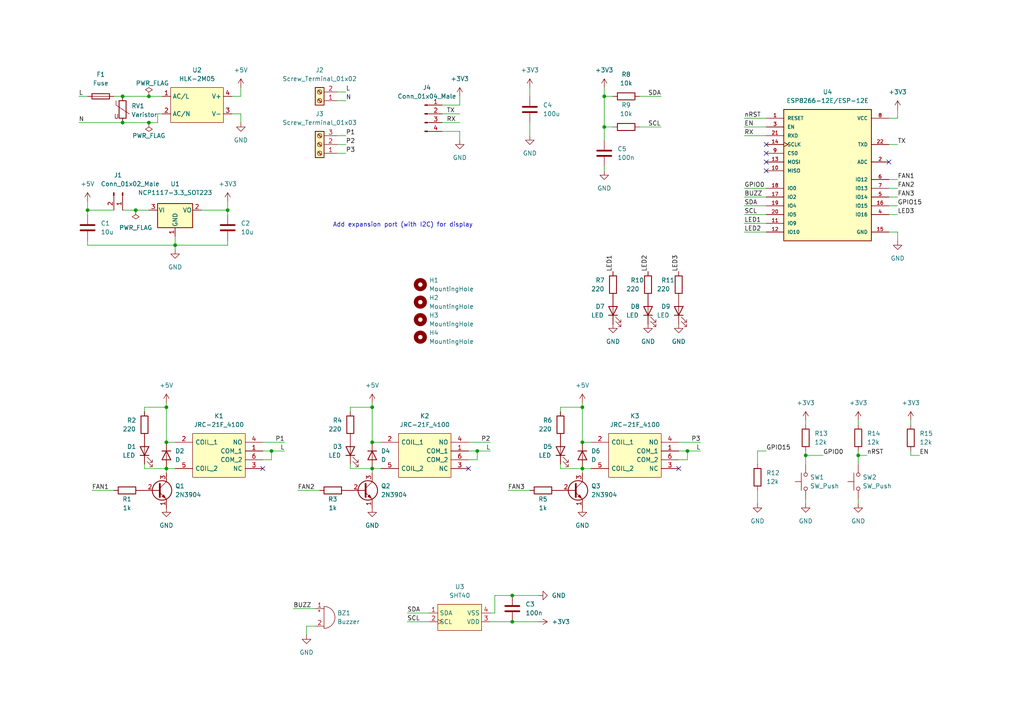
<source format=kicad_sch>
(kicad_sch (version 20211123) (generator eeschema)
  (paper "A4")
  (title_block (title "Aire acondicionado") (date "2022-08-31") (company "Guille") (comment 1 "On every boot/reset/wake, GPIO15 muest be LOW, GPIO2 mst be HIGH") (comment 2 "Run mode: GPIO0 HIGH. Flash mode GPIO0 LOW "))
  (lib_symbols
    (symbol "Connector:Conn_01x02_Male" (pin_names (offset 1.016) hide)
      (property "Reference" "J" (at 0 2.54 0))
      (property "Value" "Conn_01x02_Male" (at 0 -5.08 0))
      (symbol "Conn_01x02_Male_1_1"
        (polyline (pts (xy 1.27 -2.54) (xy 0.8636 -2.54)) (stroke (width 0.1524)))
        (polyline (pts (xy 1.27 0) (xy 0.8636 0)) (stroke (width 0.1524)))
        (rectangle (start 0.8636 -2.413) (end 0 -2.667) (stroke (width 0.1524)) (fill (type outline)))
        (rectangle (start 0.8636 0.127) (end 0 -0.127) (stroke (width 0.1524)) (fill (type outline)))
        (pin passive line (at 5.08 0 180) (length 3.81) (name "Pin_1") (number "1"))
        (pin passive line (at 5.08 -2.54 180) (length 3.81) (name "Pin_2") (number "2"))
      )
    )
    (symbol "Connector:Conn_01x04_Male" (pin_names (offset 1.016) hide)
      (property "Reference" "J" (at 0 5.08 0))
      (property "Value" "Conn_01x04_Male" (at 0 -7.62 0))
      (symbol "Conn_01x04_Male_1_1"
        (polyline (pts (xy 1.27 -5.08) (xy 0.8636 -5.08)) (stroke (width 0.1524)))
        (polyline (pts (xy 1.27 -2.54) (xy 0.8636 -2.54)) (stroke (width 0.1524)))
        (polyline (pts (xy 1.27 0) (xy 0.8636 0)) (stroke (width 0.1524)))
        (polyline (pts (xy 1.27 2.54) (xy 0.8636 2.54)) (stroke (width 0.1524)))
        (rectangle (start 0.8636 -4.953) (end 0 -5.207) (stroke (width 0.1524)) (fill (type outline)))
        (rectangle (start 0.8636 -2.413) (end 0 -2.667) (stroke (width 0.1524)) (fill (type outline)))
        (rectangle (start 0.8636 0.127) (end 0 -0.127) (stroke (width 0.1524)) (fill (type outline)))
        (rectangle (start 0.8636 2.667) (end 0 2.413) (stroke (width 0.1524)) (fill (type outline)))
        (pin passive line (at 5.08 2.54 180) (length 3.81) (name "Pin_1") (number "1"))
        (pin passive line (at 5.08 0 180) (length 3.81) (name "Pin_2") (number "2"))
        (pin passive line (at 5.08 -2.54 180) (length 3.81) (name "Pin_3") (number "3"))
        (pin passive line (at 5.08 -5.08 180) (length 3.81) (name "Pin_4") (number "4"))
      )
    )
    (symbol "Connector:Screw_Terminal_01x02" (pin_names (offset 1.016) hide)
      (property "Reference" "J" (at 0 2.54 0))
      (property "Value" "Screw_Terminal_01x02" (at 0 -5.08 0))
      (symbol "Screw_Terminal_01x02_1_1"
        (rectangle (start -1.27 1.27) (end 1.27 -3.81) (stroke (width 0.254)) (fill (type background)))
        (circle (center 0 -2.54) (radius 0.635) (stroke (width 0.1524)))
        (polyline (pts (xy -0.5334 -2.2098) (xy 0.3302 -3.048)) (stroke (width 0.1524)))
        (polyline (pts (xy -0.5334 0.3302) (xy 0.3302 -0.508)) (stroke (width 0.1524)))
        (polyline (pts (xy -0.3556 -2.032) (xy 0.508 -2.8702)) (stroke (width 0.1524)))
        (polyline (pts (xy -0.3556 0.508) (xy 0.508 -0.3302)) (stroke (width 0.1524)))
        (circle (center 0 0) (radius 0.635) (stroke (width 0.1524)))
        (pin passive line (at -5.08 0 0) (length 3.81) (name "Pin_1") (number "1"))
        (pin passive line (at -5.08 -2.54 0) (length 3.81) (name "Pin_2") (number "2"))
      )
    )
    (symbol "Connector:Screw_Terminal_01x03" (pin_names (offset 1.016) hide)
      (property "Reference" "J" (at 0 5.08 0))
      (property "Value" "Screw_Terminal_01x03" (at 0 -5.08 0))
      (symbol "Screw_Terminal_01x03_1_1"
        (rectangle (start -1.27 3.81) (end 1.27 -3.81) (stroke (width 0.254)) (fill (type background)))
        (circle (center 0 -2.54) (radius 0.635) (stroke (width 0.1524)))
        (polyline (pts (xy -0.5334 -2.2098) (xy 0.3302 -3.048)) (stroke (width 0.1524)))
        (polyline (pts (xy -0.5334 0.3302) (xy 0.3302 -0.508)) (stroke (width 0.1524)))
        (polyline (pts (xy -0.5334 2.8702) (xy 0.3302 2.032)) (stroke (width 0.1524)))
        (polyline (pts (xy -0.3556 -2.032) (xy 0.508 -2.8702)) (stroke (width 0.1524)))
        (polyline (pts (xy -0.3556 0.508) (xy 0.508 -0.3302)) (stroke (width 0.1524)))
        (polyline (pts (xy -0.3556 3.048) (xy 0.508 2.2098)) (stroke (width 0.1524)))
        (circle (center 0 0) (radius 0.635) (stroke (width 0.1524)))
        (circle (center 0 2.54) (radius 0.635) (stroke (width 0.1524)))
        (pin passive line (at -5.08 2.54 0) (length 3.81) (name "Pin_1") (number "1"))
        (pin passive line (at -5.08 0 0) (length 3.81) (name "Pin_2") (number "2"))
        (pin passive line (at -5.08 -2.54 0) (length 3.81) (name "Pin_3") (number "3"))
      )
    )
    (symbol "Device:Buzzer" (pin_names (offset 0.0254) hide)
      (property "Reference" "BZ" (at 3.81 1.27 0))
      (property "Value" "Buzzer" (at 3.81 -1.27 0))
      (symbol "Buzzer_0_1"
        (arc (start 0 -3.175) (mid 3.175 0) (end 0 3.175))
        (polyline (pts (xy -1.651 1.905) (xy -1.143 1.905)))
        (polyline (pts (xy -1.397 2.159) (xy -1.397 1.651)))
        (polyline (pts (xy 0 3.175) (xy 0 -3.175)))
      )
      (symbol "Buzzer_1_1"
        (pin passive line (at -2.54 2.54 0) (length 2.54) (name "-") (number "1"))
        (pin passive line (at -2.54 -2.54 0) (length 2.54) (name "+") (number "2"))
      )
    )
    (symbol "Device:C" (pin_numbers hide) (pin_names (offset 0.254))
      (property "Reference" "C" (at 0.635 2.54 0))
      (property "Value" "C" (at 0.635 -2.54 0))
      (symbol "C_0_1"
        (polyline (pts (xy -2.032 -0.762) (xy 2.032 -0.762)) (stroke (width 0.508)))
        (polyline (pts (xy -2.032 0.762) (xy 2.032 0.762)) (stroke (width 0.508)))
      )
      (symbol "C_1_1"
        (pin passive line (at 0 3.81 270) (length 2.794) (name "~") (number "1"))
        (pin passive line (at 0 -3.81 90) (length 2.794) (name "~") (number "2"))
      )
    )
    (symbol "Device:D" (pin_numbers hide) (pin_names (offset 1.016) hide)
      (property "Reference" "D" (at 0 2.54 0))
      (property "Value" "D" (at 0 -2.54 0))
      (symbol "D_0_1"
        (polyline (pts (xy -1.27 1.27) (xy -1.27 -1.27)) (stroke (width 0.254)))
        (polyline (pts (xy 1.27 0) (xy -1.27 0)))
        (polyline (pts (xy 1.27 1.27) (xy 1.27 -1.27) (xy -1.27 0) (xy 1.27 1.27)) (stroke (width 0.254)))
      )
      (symbol "D_1_1"
        (pin passive line (at -3.81 0 0) (length 2.54) (name "K") (number "1"))
        (pin passive line (at 3.81 0 180) (length 2.54) (name "A") (number "2"))
      )
    )
    (symbol "Device:Fuse" (pin_numbers hide) (pin_names (offset 0))
      (property "Reference" "F" (at 2.032 0 90))
      (property "Value" "Fuse" (at -1.905 0 90))
      (symbol "Fuse_0_1"
        (rectangle (start -0.762 -2.54) (end 0.762 2.54) (stroke (width 0.254)))
        (polyline (pts (xy 0 2.54) (xy 0 -2.54)))
      )
      (symbol "Fuse_1_1"
        (pin passive line (at 0 3.81 270) (length 1.27) (name "~") (number "1"))
        (pin passive line (at 0 -3.81 90) (length 1.27) (name "~") (number "2"))
      )
    )
    (symbol "Device:LED" (pin_numbers hide) (pin_names (offset 1.016) hide)
      (property "Reference" "D" (at 0 2.54 0))
      (property "Value" "LED" (at 0 -2.54 0))
      (symbol "LED_0_1"
        (polyline (pts (xy -1.27 -1.27) (xy -1.27 1.27)) (stroke (width 0.254)))
        (polyline (pts (xy -1.27 0) (xy 1.27 0)))
        (polyline (pts (xy 1.27 -1.27) (xy 1.27 1.27) (xy -1.27 0) (xy 1.27 -1.27)) (stroke (width 0.254)))
        (polyline (pts (xy -3.048 -0.762) (xy -4.572 -2.286) (xy -3.81 -2.286) (xy -4.572 -2.286) (xy -4.572 -1.524)))
        (polyline (pts (xy -1.778 -0.762) (xy -3.302 -2.286) (xy -2.54 -2.286) (xy -3.302 -2.286) (xy -3.302 -1.524)))
      )
      (symbol "LED_1_1"
        (pin passive line (at -3.81 0 0) (length 2.54) (name "K") (number "1"))
        (pin passive line (at 3.81 0 180) (length 2.54) (name "A") (number "2"))
      )
    )
    (symbol "Device:R" (pin_numbers hide) (pin_names (offset 0))
      (property "Reference" "R" (at 2.032 0 90))
      (property "Value" "R" (at 0 0 90))
      (symbol "R_0_1"
        (rectangle (start -1.016 -2.54) (end 1.016 2.54) (stroke (width 0.254)))
      )
      (symbol "R_1_1"
        (pin passive line (at 0 3.81 270) (length 1.27) (name "~") (number "1"))
        (pin passive line (at 0 -3.81 90) (length 1.27) (name "~") (number "2"))
      )
    )
    (symbol "Device:Varistor" (pin_numbers hide) (pin_names (offset 0))
      (property "Reference" "RV" (at 3.175 0 90))
      (property "Value" "Varistor" (at -3.175 0 90))
      (symbol "Varistor_0_0"
        (text "U" (at -1.778 -2.032 0) (effects (font (size 1.27 1.27))))
      )
      (symbol "Varistor_0_1"
        (rectangle (start -1.016 -2.54) (end 1.016 2.54) (stroke (width 0.254)))
        (polyline (pts (xy -1.905 2.54) (xy -1.905 1.27) (xy 1.905 -1.27)))
      )
      (symbol "Varistor_1_1"
        (pin passive line (at 0 3.81 270) (length 1.27) (name "~") (number "1"))
        (pin passive line (at 0 -3.81 90) (length 1.27) (name "~") (number "2"))
      )
    )
    (symbol "Mechanical:MountingHole" (pin_names (offset 1.016))
      (property "Reference" "H" (at 0 5.08 0))
      (property "Value" "MountingHole" (at 0 3.175 0))
      (symbol "MountingHole_0_1"
        (circle (center 0 0) (radius 1.27) (stroke (width 1.27)))
      )
    )
    (symbol "Regulator_Linear:NCP1117-3.3_SOT223" (pin_names (offset 0.254))
      (property "Reference" "U" (at -3.81 3.175 0))
      (property "Value" "NCP1117-3.3_SOT223" (at 0 3.175 0))
      (symbol "NCP1117-3.3_SOT223_0_1"
        (rectangle (start -5.08 -5.08) (end 5.08 1.905) (stroke (width 0.254)) (fill (type background)))
      )
      (symbol "NCP1117-3.3_SOT223_1_1"
        (pin power_in line (at 0 -7.62 90) (length 2.54) (name "GND") (number "1"))
        (pin power_out line (at 7.62 0 180) (length 2.54) (name "VO") (number "2"))
        (pin power_in line (at -7.62 0 0) (length 2.54) (name "VI") (number "3"))
      )
    )
    (symbol "Switch:SW_Push" (pin_numbers hide) (pin_names (offset 1.016) hide)
      (property "Reference" "SW" (at 1.27 2.54 0))
      (property "Value" "SW_Push" (at 0 -1.524 0))
      (symbol "SW_Push_0_1"
        (circle (center -2.032 0) (radius 0.508))
        (polyline (pts (xy 0 1.27) (xy 0 3.048)))
        (polyline (pts (xy 2.54 1.27) (xy -2.54 1.27)))
        (circle (center 2.032 0) (radius 0.508))
        (pin passive line (at -5.08 0 0) (length 2.54) (name "1") (number "1"))
        (pin passive line (at 5.08 0 180) (length 2.54) (name "2") (number "2"))
      )
    )
    (symbol "Transistor_BJT:2N3904" (pin_names (offset 0) hide)
      (property "Reference" "Q" (at 5.08 1.905 0))
      (property "Value" "2N3904" (at 5.08 0 0))
      (symbol "2N3904_0_1"
        (polyline (pts (xy 0.635 0.635) (xy 2.54 2.54)))
        (polyline (pts (xy 0.635 -0.635) (xy 2.54 -2.54) (xy 2.54 -2.54)))
        (polyline (pts (xy 0.635 1.905) (xy 0.635 -1.905) (xy 0.635 -1.905)) (stroke (width 0.508)))
        (polyline (pts (xy 1.27 -1.778) (xy 1.778 -1.27) (xy 2.286 -2.286) (xy 1.27 -1.778) (xy 1.27 -1.778)) (fill (type outline)))
        (circle (center 1.27 0) (radius 2.8194) (stroke (width 0.254)))
      )
      (symbol "2N3904_1_1"
        (pin passive line (at 2.54 -5.08 90) (length 2.54) (name "E") (number "1"))
        (pin passive line (at -5.08 0 0) (length 5.715) (name "B") (number "2"))
        (pin passive line (at 2.54 5.08 270) (length 2.54) (name "C") (number "3"))
      )
    )
    (symbol "guille_3rdparty:ESP8266-12E{brace}slash}ESP-12E" (pin_names (offset 1.016))
      (property "Reference" "U" (at -12.7254 18.3134 0))
      (property "Value" "ESP8266-12E{brace}slash}ESP-12E" (at -12.7 -23.3934 0))
      (symbol "ESP8266-12E{brace}slash}ESP-12E_0_0"
        (rectangle (start -12.7 -20.32) (end 12.7 17.78) (stroke (width 0.254)) (fill (type background)))
        (pin input line (at -17.78 15.24 0) (length 5.08) (name "RESET") (number "1"))
        (pin bidirectional line (at -17.78 0 0) (length 5.08) (name "MISO") (number "10"))
        (pin bidirectional line (at -17.78 -15.24 0) (length 5.08) (name "IO9") (number "11"))
        (pin bidirectional line (at -17.78 -17.78 0) (length 5.08) (name "IO10") (number "12"))
        (pin bidirectional line (at -17.78 2.54 0) (length 5.08) (name "MOSI") (number "13"))
        (pin input clock (at -17.78 7.62 0) (length 5.08) (name "SCLK") (number "14"))
        (pin power_in line (at 17.78 -17.78 180) (length 5.08) (name "GND") (number "15"))
        (pin bidirectional line (at 17.78 -10.16 180) (length 5.08) (name "IO15") (number "16"))
        (pin bidirectional line (at -17.78 -7.62 0) (length 5.08) (name "IO2") (number "17"))
        (pin bidirectional line (at -17.78 -5.08 0) (length 5.08) (name "IO0") (number "18"))
        (pin bidirectional line (at -17.78 -10.16 0) (length 5.08) (name "IO4") (number "19"))
        (pin passive line (at 17.78 2.54 180) (length 5.08) (name "ADC") (number "2"))
        (pin bidirectional line (at -17.78 -12.7 0) (length 5.08) (name "IO5") (number "20"))
        (pin input line (at -17.78 10.16 0) (length 5.08) (name "RXD") (number "21"))
        (pin output line (at 17.78 7.62 180) (length 5.08) (name "TXD") (number "22"))
        (pin input line (at -17.78 12.7 0) (length 5.08) (name "EN") (number "3"))
        (pin bidirectional line (at 17.78 -12.7 180) (length 5.08) (name "IO16") (number "4"))
        (pin bidirectional line (at 17.78 -7.62 180) (length 5.08) (name "IO14") (number "5"))
        (pin bidirectional line (at 17.78 -2.54 180) (length 5.08) (name "IO12") (number "6"))
        (pin bidirectional line (at 17.78 -5.08 180) (length 5.08) (name "IO13") (number "7"))
        (pin power_in line (at 17.78 15.24 180) (length 5.08) (name "VCC") (number "8"))
        (pin input line (at -17.78 5.08 0) (length 5.08) (name "CS0") (number "9"))
      )
    )
    (symbol "guille_3rdparty:JRC-21F_4100" (pin_names (offset 0.762))
      (property "Reference" "K" (at 0 3.81 0))
      (property "Value" "JRC-21F_4100" (at 0 1.27 0))
      (symbol "JRC-21F_4100_0_0"
        (pin passive line (at 20.32 -5.08 180) (length 5.08) (name "COM_1") (number "1"))
        (pin passive line (at -5.08 -2.54 0) (length 5.08) (name "COIL_1") (number "2"))
        (pin passive line (at 20.32 -10.16 180) (length 5.08) (name "NC") (number "3"))
        (pin passive line (at 20.32 -2.54 180) (length 5.08) (name "NO") (number "4"))
        (pin passive line (at -5.08 -10.16 0) (length 5.08) (name "COIL_2") (number "5"))
        (pin passive line (at 20.32 -7.62 180) (length 5.08) (name "COM_2") (number "6"))
      )
      (symbol "JRC-21F_4100_0_1"
        (polyline (pts (xy 0 0) (xy 15.24 0) (xy 15.24 -12.7) (xy 0 -12.7) (xy 0 0)) (stroke (width 0.1524)) (fill (type background)))
      )
    )
    (symbol "guille_library:HLK-2M05"
      (property "Reference" "U" (at 0 8.89 0))
      (property "Value" "HLK-2M05" (at 0 6.35 0))
      (symbol "HLK-2M05_0_1"
        (rectangle (start -7.62 5.08) (end 7.62 -5.08) (fill (type background)))
      )
      (symbol "HLK-2M05_1_1"
        (pin power_in line (at -10.16 2.54 0) (length 2.54) (name "AC/L") (number "1"))
        (pin power_in line (at -10.16 -2.54 0) (length 2.54) (name "AC/N") (number "2"))
        (pin power_out line (at 10.16 -2.54 180) (length 2.54) (name "V-") (number "3"))
        (pin power_out line (at 10.16 2.54 180) (length 2.54) (name "V+") (number "4"))
      )
    )
    (symbol "guille_library:SHT40"
      (property "Reference" "U" (at 0 7.62 0))
      (property "Value" "SHT40" (at 0 5.08 0))
      (symbol "SHT40_0_1"
        (rectangle (start -6.35 3.81) (end 6.35 -3.81) (fill (type background)))
      )
      (symbol "SHT40_1_1"
        (pin bidirectional line (at -8.89 1.27 0) (length 2.54) (name "SDA") (number "1"))
        (pin input clock (at -8.89 -1.27 0) (length 2.54) (name "SCL") (number "2"))
        (pin power_in line (at 8.89 -1.27 180) (length 2.54) (name "VDD") (number "3"))
        (pin power_in line (at 8.89 1.27 180) (length 2.54) (name "VSS") (number "4"))
      )
    )
    (symbol "power:+3V3" (power) (pin_names (offset 0))
      (property "Value" "+3V3" (at 0 3.556 0))
      (symbol "+3V3_0_1"
        (polyline (pts (xy -0.762 1.27) (xy 0 2.54)))
        (polyline (pts (xy 0 0) (xy 0 2.54)))
        (polyline (pts (xy 0 2.54) (xy 0.762 1.27)))
      )
      (symbol "+3V3_1_1"
        (pin power_in line (at 0 0 90) (length 0) hide (name "+3V3") (number "1"))
      )
    )
    (symbol "power:+5V" (power) (pin_names (offset 0))
      (property "Value" "+5V" (at 0 3.556 0))
      (symbol "+5V_0_1"
        (polyline (pts (xy -0.762 1.27) (xy 0 2.54)))
        (polyline (pts (xy 0 0) (xy 0 2.54)))
        (polyline (pts (xy 0 2.54) (xy 0.762 1.27)))
      )
      (symbol "+5V_1_1"
        (pin power_in line (at 0 0 90) (length 0) hide (name "+5V") (number "1"))
      )
    )
    (symbol "power:GND" (power) (pin_names (offset 0))
      (property "Value" "GND" (at 0 -3.81 0))
      (symbol "GND_0_1"
        (polyline (pts (xy 0 0) (xy 0 -1.27) (xy 1.27 -1.27) (xy 0 -2.54) (xy -1.27 -1.27) (xy 0 -1.27)))
      )
      (symbol "GND_1_1"
        (pin power_in line (at 0 0 270) (length 0) hide (name "GND") (number "1"))
      )
    )
    (symbol "power:PWR_FLAG" (power) (pin_numbers hide) (pin_names (offset 0) hide)
      (property "Value" "PWR_FLAG" (at 0 3.81 0))
      (symbol "PWR_FLAG_0_0"
        (pin power_out line (at 0 0 90) (length 0) (name "pwr") (number "1"))
      )
      (symbol "PWR_FLAG_0_1"
        (polyline (pts (xy 0 0) (xy 0 1.27) (xy -1.016 1.905) (xy 0 2.54) (xy 1.016 1.905) (xy 0 1.27)))
      )
    )
  )
  (junction (at 35.56 27.94))
  (junction (at 35.56 35.56))
  (junction (at 39.37 60.96))
  (junction (at 48.26 118.11))
  (junction (at 78.74 130.81))
  (junction (at 66.04 60.96))
  (junction (at 233.68 132.08))
  (junction (at 248.92 132.08))
  (junction (at 138.43 130.81))
  (junction (at 107.95 128.27))
  (junction (at 50.8 71.12))
  (junction (at 48.26 128.27))
  (junction (at 48.26 135.89))
  (junction (at 107.95 118.11))
  (junction (at 199.39 130.81))
  (junction (at 25.4 60.96))
  (junction (at 148.59 172.72))
  (junction (at 43.18 27.94))
  (junction (at 148.59 180.34))
  (junction (at 107.95 135.89))
  (junction (at 168.91 128.27))
  (junction (at 43.18 35.56))
  (junction (at 168.91 118.11))
  (junction (at 168.91 135.89))
  (junction (at 175.26 36.83))
  (junction (at 175.26 27.94))
  (no_connect (at 135.89 135.89))
  (no_connect (at 196.85 135.89))
  (no_connect (at 257.81 46.99))
  (no_connect (at 222.25 46.99))
  (no_connect (at 222.25 44.45))
  (no_connect (at 222.25 49.53))
  (no_connect (at 222.25 41.91))
  (no_connect (at 76.2 135.89))
  (wire (pts (xy 168.91 128.27) (xy 171.45 128.27)))
  (wire (pts (xy 199.39 130.81) (xy 203.2 130.81)))
  (wire (pts (xy 41.91 134.62) (xy 41.91 135.89)))
  (wire (pts (xy 138.43 130.81) (xy 142.24 130.81)))
  (wire (pts (xy 138.43 133.35) (xy 138.43 130.81)))
  (wire (pts (xy 43.18 35.56) (xy 35.56 35.56)))
  (wire (pts (xy 248.92 130.81) (xy 248.92 132.08)))
  (wire (pts (xy 215.9 64.77) (xy 222.25 64.77)))
  (wire (pts (xy 233.68 132.08) (xy 238.76 132.08)))
  (wire (pts (xy 50.8 71.12) (xy 66.04 71.12)))
  (wire (pts (xy 97.79 29.21) (xy 100.33 29.21)))
  (wire (pts (xy 219.71 142.24) (xy 219.71 146.05)))
  (wire (pts (xy 233.68 121.92) (xy 233.68 123.19)))
  (wire (pts (xy 175.26 36.83) (xy 177.8 36.83)))
  (wire (pts (xy 107.95 135.89) (xy 110.49 135.89)))
  (wire (pts (xy 196.85 133.35) (xy 199.39 133.35)))
  (wire (pts (xy 48.26 118.11) (xy 48.26 128.27)))
  (wire (pts (xy 175.26 25.4) (xy 175.26 27.94)))
  (wire (pts (xy 25.4 71.12) (xy 50.8 71.12)))
  (wire (pts (xy 97.79 26.67) (xy 100.33 26.67)))
  (wire (pts (xy 264.16 130.81) (xy 264.16 132.08)))
  (wire (pts (xy 142.24 177.8) (xy 143.51 177.8)))
  (wire (pts (xy 97.79 39.37) (xy 100.33 39.37)))
  (wire (pts (xy 25.4 60.96) (xy 33.02 60.96)))
  (wire (pts (xy 35.56 27.94) (xy 43.18 27.94)))
  (wire (pts (xy 25.4 60.96) (xy 25.4 62.23)))
  (wire (pts (xy 107.95 118.11) (xy 107.95 128.27)))
  (wire (pts (xy 128.27 33.02) (xy 133.35 33.02)))
  (wire (pts (xy 257.81 52.07) (xy 260.35 52.07)))
  (wire (pts (xy 128.27 35.56) (xy 133.35 35.56)))
  (wire (pts (xy 248.92 132.08) (xy 251.46 132.08)))
  (wire (pts (xy 69.85 33.02) (xy 69.85 35.56)))
  (wire (pts (xy 147.32 142.24) (xy 153.67 142.24)))
  (wire (pts (xy 107.95 116.84) (xy 107.95 118.11)))
  (wire (pts (xy 43.18 27.94) (xy 46.99 27.94)))
  (wire (pts (xy 86.36 142.24) (xy 92.71 142.24)))
  (wire (pts (xy 233.68 144.78) (xy 233.68 146.05)))
  (wire (pts (xy 168.91 118.11) (xy 168.91 128.27)))
  (wire (pts (xy 248.92 132.08) (xy 248.92 134.62)))
  (wire (pts (xy 185.42 27.94) (xy 191.77 27.94)))
  (wire (pts (xy 162.56 134.62) (xy 162.56 135.89)))
  (wire (pts (xy 257.81 57.15) (xy 260.35 57.15)))
  (wire (pts (xy 128.27 30.48) (xy 133.35 30.48)))
  (wire (pts (xy 215.9 67.31) (xy 222.25 67.31)))
  (wire (pts (xy 118.11 177.8) (xy 124.46 177.8)))
  (wire (pts (xy 50.8 71.12) (xy 50.8 72.39)))
  (wire (pts (xy 215.9 59.69) (xy 222.25 59.69)))
  (wire (pts (xy 101.6 118.11) (xy 107.95 118.11)))
  (wire (pts (xy 48.26 135.89) (xy 50.8 135.89)))
  (wire (pts (xy 264.16 132.08) (xy 266.7 132.08)))
  (wire (pts (xy 257.81 67.31) (xy 260.35 67.31)))
  (wire (pts (xy 175.26 27.94) (xy 175.26 36.83)))
  (wire (pts (xy 58.42 60.96) (xy 66.04 60.96)))
  (wire (pts (xy 25.4 58.42) (xy 25.4 60.96)))
  (wire (pts (xy 22.86 35.56) (xy 35.56 35.56)))
  (wire (pts (xy 148.59 180.34) (xy 156.21 180.34)))
  (wire (pts (xy 162.56 135.89) (xy 168.91 135.89)))
  (wire (pts (xy 88.9 181.61) (xy 91.44 181.61)))
  (wire (pts (xy 45.72 35.56) (xy 43.18 35.56)))
  (wire (pts (xy 168.91 135.89) (xy 168.91 137.16)))
  (wire (pts (xy 138.43 130.81) (xy 135.89 130.81)))
  (wire (pts (xy 26.67 142.24) (xy 33.02 142.24)))
  (wire (pts (xy 257.81 62.23) (xy 260.35 62.23)))
  (wire (pts (xy 148.59 172.72) (xy 156.21 172.72)))
  (wire (pts (xy 233.68 130.81) (xy 233.68 132.08)))
  (wire (pts (xy 101.6 118.11) (xy 101.6 119.38)))
  (wire (pts (xy 101.6 135.89) (xy 107.95 135.89)))
  (wire (pts (xy 215.9 39.37) (xy 222.25 39.37)))
  (wire (pts (xy 97.79 41.91) (xy 100.33 41.91)))
  (wire (pts (xy 128.27 38.1) (xy 133.35 38.1)))
  (wire (pts (xy 66.04 60.96) (xy 66.04 62.23)))
  (wire (pts (xy 45.72 33.02) (xy 45.72 35.56)))
  (wire (pts (xy 142.24 180.34) (xy 148.59 180.34)))
  (wire (pts (xy 215.9 34.29) (xy 222.25 34.29)))
  (wire (pts (xy 76.2 128.27) (xy 82.55 128.27)))
  (wire (pts (xy 22.86 27.94) (xy 25.4 27.94)))
  (wire (pts (xy 257.81 41.91) (xy 260.35 41.91)))
  (wire (pts (xy 78.74 130.81) (xy 82.55 130.81)))
  (wire (pts (xy 215.9 54.61) (xy 222.25 54.61)))
  (wire (pts (xy 153.67 25.4) (xy 153.67 27.94)))
  (wire (pts (xy 199.39 130.81) (xy 196.85 130.81)))
  (wire (pts (xy 248.92 144.78) (xy 248.92 146.05)))
  (wire (pts (xy 67.31 33.02) (xy 69.85 33.02)))
  (wire (pts (xy 257.81 59.69) (xy 260.35 59.69)))
  (wire (pts (xy 162.56 118.11) (xy 168.91 118.11)))
  (wire (pts (xy 196.85 128.27) (xy 203.2 128.27)))
  (wire (pts (xy 143.51 172.72) (xy 148.59 172.72)))
  (wire (pts (xy 175.26 48.26) (xy 175.26 49.53)))
  (wire (pts (xy 219.71 130.81) (xy 219.71 134.62)))
  (wire (pts (xy 118.11 180.34) (xy 124.46 180.34)))
  (wire (pts (xy 143.51 177.8) (xy 143.51 172.72)))
  (wire (pts (xy 257.81 34.29) (xy 260.35 34.29)))
  (wire (pts (xy 35.56 60.96) (xy 39.37 60.96)))
  (wire (pts (xy 97.79 44.45) (xy 100.33 44.45)))
  (wire (pts (xy 39.37 60.96) (xy 43.18 60.96)))
  (wire (pts (xy 248.92 121.92) (xy 248.92 123.19)))
  (wire (pts (xy 48.26 128.27) (xy 50.8 128.27)))
  (wire (pts (xy 135.89 133.35) (xy 138.43 133.35)))
  (wire (pts (xy 219.71 130.81) (xy 222.25 130.81)))
  (wire (pts (xy 41.91 118.11) (xy 48.26 118.11)))
  (wire (pts (xy 264.16 121.92) (xy 264.16 123.19)))
  (wire (pts (xy 101.6 134.62) (xy 101.6 135.89)))
  (wire (pts (xy 175.26 27.94) (xy 177.8 27.94)))
  (wire (pts (xy 133.35 38.1) (xy 133.35 40.64)))
  (wire (pts (xy 41.91 118.11) (xy 41.91 119.38)))
  (wire (pts (xy 162.56 118.11) (xy 162.56 119.38)))
  (wire (pts (xy 67.31 27.94) (xy 69.85 27.94)))
  (wire (pts (xy 168.91 116.84) (xy 168.91 118.11)))
  (wire (pts (xy 199.39 133.35) (xy 199.39 130.81)))
  (wire (pts (xy 233.68 132.08) (xy 233.68 134.62)))
  (wire (pts (xy 107.95 128.27) (xy 110.49 128.27)))
  (wire (pts (xy 185.42 36.83) (xy 191.77 36.83)))
  (wire (pts (xy 69.85 27.94) (xy 69.85 25.4)))
  (wire (pts (xy 260.35 34.29) (xy 260.35 31.75)))
  (wire (pts (xy 215.9 62.23) (xy 222.25 62.23)))
  (wire (pts (xy 78.74 133.35) (xy 78.74 130.81)))
  (wire (pts (xy 50.8 68.58) (xy 50.8 71.12)))
  (wire (pts (xy 48.26 116.84) (xy 48.26 118.11)))
  (wire (pts (xy 215.9 36.83) (xy 222.25 36.83)))
  (wire (pts (xy 133.35 30.48) (xy 133.35 27.94)))
  (wire (pts (xy 48.26 135.89) (xy 48.26 137.16)))
  (wire (pts (xy 46.99 33.02) (xy 45.72 33.02)))
  (wire (pts (xy 76.2 133.35) (xy 78.74 133.35)))
  (wire (pts (xy 88.9 184.15) (xy 88.9 181.61)))
  (wire (pts (xy 85.09 176.53) (xy 91.44 176.53)))
  (wire (pts (xy 66.04 71.12) (xy 66.04 69.85)))
  (wire (pts (xy 135.89 128.27) (xy 142.24 128.27)))
  (wire (pts (xy 260.35 67.31) (xy 260.35 69.85)))
  (wire (pts (xy 78.74 130.81) (xy 76.2 130.81)))
  (wire (pts (xy 33.02 27.94) (xy 35.56 27.94)))
  (wire (pts (xy 107.95 135.89) (xy 107.95 137.16)))
  (wire (pts (xy 66.04 60.96) (xy 66.04 58.42)))
  (wire (pts (xy 215.9 57.15) (xy 222.25 57.15)))
  (wire (pts (xy 257.81 54.61) (xy 260.35 54.61)))
  (wire (pts (xy 168.91 135.89) (xy 171.45 135.89)))
  (wire (pts (xy 153.67 35.56) (xy 153.67 39.37)))
  (wire (pts (xy 175.26 36.83) (xy 175.26 40.64)))
  (wire (pts (xy 25.4 69.85) (xy 25.4 71.12)))
  (wire (pts (xy 41.91 135.89) (xy 48.26 135.89)))
  (text "Add expansion port (with I2C) for display\n" (at 96.52 66.04 0) (effects (font (size 1.27 1.27)) (justify left bottom)))
  (label "N" (at 100.33 29.21 0))
  (label "FAN2" (at 260.35 54.61 0))
  (label "EN" (at 266.7 132.08 0))
  (label "L" (at 22.86 27.94 0))
  (label "EN" (at 215.9 36.83 0))
  (label "P3" (at 100.33 44.45 0))
  (label "L" (at 82.55 130.81 180))
  (label "FAN1" (at 260.35 52.07 0))
  (label "LED1" (at 177.8 78.74 90))
  (label "BUZZ" (at 85.09 176.53 0))
  (label "L" (at 100.33 26.67 0))
  (label "LED2" (at 215.9 67.31 0))
  (label "RX" (at 129.54 35.56 0))
  (label "TX" (at 260.35 41.91 0))
  (label "P1" (at 100.33 39.37 0))
  (label "SDA" (at 215.9 59.69 0))
  (label "FAN3" (at 260.35 57.15 0))
  (label "LED3" (at 196.85 78.74 90))
  (label "SDA" (at 118.11 177.8 0))
  (label "N" (at 22.86 35.56 0))
  (label "FAN1" (at 26.67 142.24 0))
  (label "SCL" (at 118.11 180.34 0))
  (label "L" (at 142.24 130.81 180))
  (label "LED3" (at 260.35 62.23 0))
  (label "nRST" (at 215.9 34.29 0))
  (label "TX" (at 129.54 33.02 0))
  (label "GPIO0" (at 215.9 54.61 0))
  (label "LED2" (at 187.96 78.74 90))
  (label "P2" (at 142.24 128.27 180))
  (label "P3" (at 203.2 128.27 180))
  (label "GPIO15" (at 260.35 59.69 0))
  (label "nRST" (at 251.46 132.08 0))
  (label "SCL" (at 187.96 36.83 0))
  (label "FAN2" (at 86.36 142.24 0))
  (label "RX" (at 215.9 39.37 0))
  (label "L" (at 203.2 130.81 180))
  (label "P1" (at 82.55 128.27 180))
  (label "SCL" (at 215.9 62.23 0))
  (label "SDA" (at 187.96 27.94 0))
  (label "FAN3" (at 147.32 142.24 0))
  (label "BUZZ" (at 215.9 57.15 0))
  (label "P2" (at 100.33 41.91 0))
  (label "LED1" (at 215.9 64.77 0))
  (label "GPIO0" (at 238.76 132.08 0))
  (label "GPIO15" (at 222.25 130.81 0))
  (symbol (lib_id "power:GND") (at 107.95 147.32 0) (unit 1)
    (property "Reference" "#PWR010" (effects hide))
    (property "Value" "GND" (at 107.95 152.4 0))
  )
  (symbol (lib_id "Device:C") (at 153.67 31.75 0) (unit 1)
    (property "Reference" "C4" (at 157.48 30.4799 0) (effects (justify left)))
    (property "Value" "100u" (at 157.48 33.0199 0) (effects (justify left)))
    (property "Footprint" "Capacitor_SMD:C_1206_3216Metric" (effects hide))
  )
  (symbol (lib_id "Device:R") (at 181.61 27.94 90) (unit 1)
    (property "Reference" "R8" (at 181.61 21.59 90))
    (property "Value" "10k" (at 181.61 24.13 90))
    (property "Footprint" "Resistor_SMD:R_0402_1005Metric" (effects hide))
  )
  (symbol (lib_id "Connector:Conn_01x02_Male") (at 35.56 55.88 270) (unit 1)
    (property "Reference" "J1" (at 33.02 50.8 90) (effects (justify left)))
    (property "Value" "Conn_01x02_Male" (at 29.21 53.34 90) (effects (justify left)))
    (property "Footprint" "Connector_PinHeader_2.54mm:PinHeader_1x02_P2.54mm_Vertical" (effects hide))
  )
  (symbol (lib_id "Device:C") (at 25.4 66.04 0) (unit 1)
    (property "Reference" "C1" (at 29.21 64.7699 0) (effects (justify left)))
    (property "Value" "10u" (at 29.21 67.3099 0) (effects (justify left)))
    (property "Footprint" "Capacitor_SMD:C_1206_3216Metric" (effects hide))
  )
  (symbol (lib_id "Device:R") (at 264.16 127 0) (unit 1)
    (property "Reference" "R15" (at 266.7 125.7299 0) (effects (justify left)))
    (property "Value" "12k" (at 266.7 128.2699 0) (effects (justify left)))
    (property "Footprint" "Resistor_SMD:R_0402_1005Metric" (effects hide))
  )
  (symbol (lib_id "power:PWR_FLAG") (at 39.37 60.96 180) (unit 1)
    (property "Reference" "#FLG01" (effects hide))
    (property "Value" "PWR_FLAG" (at 39.37 66.04 0))
  )
  (symbol (lib_id "power:PWR_FLAG") (at 43.18 27.94 0) (unit 1)
    (property "Reference" "#FLG02" (effects hide))
    (property "Value" "PWR_FLAG" (at 39.37 24.13 0) (effects (justify left)))
  )
  (symbol (lib_id "Device:R") (at 157.48 142.24 90) (unit 1)
    (property "Reference" "R5" (at 157.48 144.78 90))
    (property "Value" "1k" (at 157.48 147.32 90))
    (property "Footprint" "Resistor_SMD:R_0402_1005Metric" (effects hide))
  )
  (symbol (lib_id "power:GND") (at 177.8 93.98 0) (unit 1)
    (property "Reference" "#PWR021" (effects hide))
    (property "Value" "GND" (at 177.8 99.06 0))
  )
  (symbol (lib_id "Device:Varistor") (at 35.56 31.75 0) (unit 1)
    (property "Reference" "RV1" (at 38.1 30.7331 0) (effects (justify left)))
    (property "Value" "Varistor" (at 38.1 33.2731 0) (effects (justify left)))
    (property "Footprint" "Varistor:RV_Disc_D12mm_W3.9mm_P7.5mm" (effects hide))
  )
  (symbol (lib_id "Device:R") (at 96.52 142.24 90) (unit 1)
    (property "Reference" "R3" (at 96.52 144.78 90))
    (property "Value" "1k" (at 96.52 147.32 90))
    (property "Footprint" "Resistor_SMD:R_0402_1005Metric" (effects hide))
  )
  (symbol (lib_id "Device:R") (at 101.6 123.19 180) (unit 1)
    (property "Reference" "R4" (at 96.52 121.92 0) (effects (justify right)))
    (property "Value" "220" (at 95.25 124.46 0) (effects (justify right)))
    (property "Footprint" "Resistor_SMD:R_0402_1005Metric" (effects hide))
  )
  (symbol (lib_id "Connector:Screw_Terminal_01x03") (at 92.71 41.91 180) (unit 1)
    (property "Reference" "J3" (at 92.71 33.02 0))
    (property "Value" "Screw_Terminal_01x03" (at 92.71 35.56 0))
    (property "Footprint" "TerminalBlock_Phoenix:TerminalBlock_Phoenix_MKDS-1,5-3-5.08_1x03_P5.08mm_Horizontal" (effects hide))
  )
  (symbol (lib_id "Device:R") (at 196.85 82.55 180) (unit 1)
    (property "Reference" "R11" (at 191.77 81.28 0) (effects (justify right)))
    (property "Value" "220" (at 190.5 83.82 0) (effects (justify right)))
    (property "Footprint" "Resistor_SMD:R_0402_1005Metric" (effects hide))
  )
  (symbol (lib_id "power:+3V3") (at 264.16 121.92 0) (unit 1)
    (property "Reference" "#PWR031" (effects hide))
    (property "Value" "+3V3" (at 264.16 116.84 0))
  )
  (symbol (lib_id "power:+3V3") (at 156.21 180.34 270) (unit 1)
    (property "Reference" "#PWR016" (effects hide))
    (property "Value" "+3V3" (at 160.02 180.3399 90) (effects (justify left)))
  )
  (symbol (lib_id "Device:R") (at 248.92 127 0) (unit 1)
    (property "Reference" "R14" (at 251.46 125.7299 0) (effects (justify left)))
    (property "Value" "12k" (at 251.46 128.2699 0) (effects (justify left)))
    (property "Footprint" "Resistor_SMD:R_0402_1005Metric" (effects hide))
  )
  (symbol (lib_id "Switch:SW_Push") (at 233.68 139.7 90) (unit 1)
    (property "Reference" "SW1" (at 234.95 138.4299 90) (effects (justify right)))
    (property "Value" "SW_Push" (at 234.95 140.9699 90) (effects (justify right)))
    (property "Footprint" "guille_3rdparty:SW_SPST_PTS810" (effects hide))
  )
  (symbol (lib_id "Device:C") (at 148.59 176.53 0) (unit 1)
    (property "Reference" "C3" (at 152.4 175.2599 0) (effects (justify left)))
    (property "Value" "100n" (at 152.4 177.7999 0) (effects (justify left)))
    (property "Footprint" "Capacitor_SMD:C_0402_1005Metric" (effects hide))
  )
  (symbol (lib_id "Device:LED") (at 196.85 90.17 90) (unit 1)
    (property "Reference" "D9" (at 191.77 88.9 90) (effects (justify right)))
    (property "Value" "LED" (at 190.5 91.44 90) (effects (justify right)))
    (property "Footprint" "LED_THT:LED_D5.0mm" (effects hide))
  )
  (symbol (lib_id "Regulator_Linear:NCP1117-3.3_SOT223") (at 50.8 60.96 0) (unit 1)
    (property "Reference" "U1" (at 50.8 53.34 0))
    (property "Value" "NCP1117-3.3_SOT223" (at 50.8 55.88 0))
    (property "Footprint" "Package_TO_SOT_SMD:SOT-223-3_TabPin2" (effects hide))
    (property "Datasheet" "http://www.onsemi.com/pub_link/Collateral/NCP1117-D.PDF" (effects hide))
  )
  (symbol (lib_id "power:GND") (at 133.35 40.64 0) (unit 1)
    (property "Reference" "#PWR012" (effects hide))
    (property "Value" "GND" (at 133.35 45.72 0))
  )
  (symbol (lib_id "power:GND") (at 260.35 69.85 0) (unit 1)
    (property "Reference" "#PWR030" (effects hide))
    (property "Value" "GND" (at 260.35 74.93 0))
  )
  (symbol (lib_id "power:+5V") (at 107.95 116.84 0) (unit 1)
    (property "Reference" "#PWR09" (effects hide))
    (property "Value" "+5V" (at 107.95 111.76 0))
  )
  (symbol (lib_id "Mechanical:MountingHole") (at 121.92 92.71 0) (unit 1)
    (property "Reference" "H3" (at 124.46 91.4399 0) (effects (justify left)))
    (property "Value" "MountingHole" (at 124.46 93.9799 0) (effects (justify left)))
    (property "Footprint" "MountingHole:MountingHole_3.2mm_M3_DIN965" (effects hide))
  )
  (symbol (lib_id "Device:R") (at 177.8 82.55 180) (unit 1)
    (property "Reference" "R7" (at 172.72 81.28 0) (effects (justify right)))
    (property "Value" "220" (at 171.45 83.82 0) (effects (justify right)))
    (property "Footprint" "Resistor_SMD:R_0402_1005Metric" (effects hide))
  )
  (symbol (lib_id "Mechanical:MountingHole") (at 121.92 97.79 0) (unit 1)
    (property "Reference" "H4" (at 124.46 96.5199 0) (effects (justify left)))
    (property "Value" "MountingHole" (at 124.46 99.0599 0) (effects (justify left)))
    (property "Footprint" "MountingHole:MountingHole_3.2mm_M3_DIN965" (effects hide))
  )
  (symbol (lib_id "Device:Fuse") (at 29.21 27.94 90) (unit 1)
    (property "Reference" "F1" (at 29.21 21.59 90))
    (property "Value" "Fuse" (at 29.21 24.13 90))
    (property "Footprint" "guille_3rdparty:Fuse_2512_6332Metric" (effects hide))
  )
  (symbol (lib_id "power:+3V3") (at 248.92 121.92 0) (unit 1)
    (property "Reference" "#PWR027" (effects hide))
    (property "Value" "+3V3" (at 248.92 116.84 0))
  )
  (symbol (lib_id "power:GND") (at 187.96 93.98 0) (unit 1)
    (property "Reference" "#PWR022" (effects hide))
    (property "Value" "GND" (at 187.96 99.06 0))
  )
  (symbol (lib_id "guille_3rdparty:JRC-21F_4100") (at 176.53 125.73 0) (unit 1)
    (property "Reference" "K3" (at 184.15 120.65 0))
    (property "Value" "JRC-21F_4100" (at 184.15 123.19 0))
    (property "Footprint" "guille_3rdparty:JRC21F4100" (effects hide))
    (property "Datasheet" "https://datasheetspdf.com/pdf-file/910427/YUEQINGHENGWEIELECTRONICS/JRC-21F/1" (effects hide))
    (property "Description" "PCB Relay" (effects hide))
    (property "Height" "11.5" (effects hide))
    (property "Manufacturer_Name" "YUEQING HENGWEI ELECTRONICS CO.,LTD" (effects hide))
    (property "Manufacturer_Part_Number" "JRC-21F(4100)" (effects hide))
  )
  (symbol (lib_id "power:GND") (at 88.9 184.15 0) (unit 1)
    (property "Reference" "#PWR08" (effects hide))
    (property "Value" "GND" (at 88.9 189.23 0))
  )
  (symbol (lib_id "guille_library:HLK-2M05") (at 57.15 30.48 0) (unit 1)
    (property "Reference" "U2" (at 57.15 20.32 0))
    (property "Value" "HLK-2M05" (at 57.15 22.86 0))
    (property "Footprint" "guille_library:HLK-2M05" (effects hide))
  )
  (symbol (lib_id "Transistor_BJT:2N3904") (at 105.41 142.24 0) (unit 1)
    (property "Reference" "Q2" (at 110.49 140.9699 0) (effects (justify left)))
    (property "Value" "2N3904" (at 110.49 143.5099 0) (effects (justify left)))
    (property "Footprint" "Package_TO_SOT_THT:TO-92_Inline" (effects hide))
    (property "Datasheet" "https://www.onsemi.com/pub/Collateral/2N3903-D.PDF" (effects hide))
  )
  (symbol (lib_id "Mechanical:MountingHole") (at 121.92 87.63 0) (unit 1)
    (property "Reference" "H2" (at 124.46 86.3599 0) (effects (justify left)))
    (property "Value" "MountingHole" (at 124.46 88.8999 0) (effects (justify left)))
    (property "Footprint" "MountingHole:MountingHole_3.2mm_M3_DIN965" (effects hide))
  )
  (symbol (lib_id "Transistor_BJT:2N3904") (at 45.72 142.24 0) (unit 1)
    (property "Reference" "Q1" (at 50.8 140.9699 0) (effects (justify left)))
    (property "Value" "2N3904" (at 50.8 143.5099 0) (effects (justify left)))
    (property "Footprint" "Package_TO_SOT_THT:TO-92_Inline" (effects hide))
    (property "Datasheet" "https://www.onsemi.com/pub/Collateral/2N3903-D.PDF" (effects hide))
  )
  (symbol (lib_id "Device:D") (at 107.95 132.08 270) (unit 1)
    (property "Reference" "D4" (at 110.49 130.8099 90) (effects (justify left)))
    (property "Value" "D" (at 110.49 133.3499 90) (effects (justify left)))
    (property "Footprint" "Diode_THT:D_A-405_P7.62mm_Horizontal" (effects hide))
  )
  (symbol (lib_id "power:GND") (at 156.21 172.72 90) (unit 1)
    (property "Reference" "#PWR015" (effects hide))
    (property "Value" "GND" (at 160.02 172.7199 90) (effects (justify right)))
  )
  (symbol (lib_id "Device:R") (at 219.71 138.43 0) (unit 1)
    (property "Reference" "R12" (at 222.25 137.1599 0) (effects (justify left)))
    (property "Value" "12k" (at 222.25 139.6999 0) (effects (justify left)))
    (property "Footprint" "Resistor_SMD:R_0402_1005Metric" (effects hide))
  )
  (symbol (lib_id "Device:R") (at 41.91 123.19 180) (unit 1)
    (property "Reference" "R2" (at 36.83 121.92 0) (effects (justify right)))
    (property "Value" "220" (at 35.56 124.46 0) (effects (justify right)))
    (property "Footprint" "Resistor_SMD:R_0402_1005Metric" (effects hide))
  )
  (symbol (lib_id "power:GND") (at 48.26 147.32 0) (unit 1)
    (property "Reference" "#PWR03" (effects hide))
    (property "Value" "GND" (at 48.26 152.4 0))
  )
  (symbol (lib_id "Device:R") (at 36.83 142.24 90) (unit 1)
    (property "Reference" "R1" (at 36.83 144.78 90))
    (property "Value" "1k" (at 36.83 147.32 90))
    (property "Footprint" "Resistor_SMD:R_0402_1005Metric" (effects hide))
  )
  (symbol (lib_id "Device:C") (at 175.26 44.45 0) (unit 1)
    (property "Reference" "C5" (at 179.07 43.1799 0) (effects (justify left)))
    (property "Value" "100n" (at 179.07 45.7199 0) (effects (justify left)))
    (property "Footprint" "Capacitor_SMD:C_0402_1005Metric" (effects hide))
  )
  (symbol (lib_id "power:+5V") (at 168.91 116.84 0) (unit 1)
    (property "Reference" "#PWR017" (effects hide))
    (property "Value" "+5V" (at 168.91 111.76 0))
  )
  (symbol (lib_id "Device:LED") (at 41.91 130.81 90) (unit 1)
    (property "Reference" "D1" (at 36.83 129.54 90) (effects (justify right)))
    (property "Value" "LED" (at 35.56 132.08 90) (effects (justify right)))
    (property "Footprint" "LED_SMD:LED_0402_1005Metric" (effects hide))
  )
  (symbol (lib_id "power:+3V3") (at 260.35 31.75 0) (unit 1)
    (property "Reference" "#PWR029" (effects hide))
    (property "Value" "+3V3" (at 260.35 26.67 0))
  )
  (symbol (lib_id "power:+5V") (at 25.4 58.42 0) (unit 1)
    (property "Reference" "#PWR01" (effects hide))
    (property "Value" "+5V" (at 25.4 53.34 0))
  )
  (symbol (lib_id "Device:D") (at 48.26 132.08 270) (unit 1)
    (property "Reference" "D2" (at 50.8 130.8099 90) (effects (justify left)))
    (property "Value" "D" (at 50.8 133.3499 90) (effects (justify left)))
    (property "Footprint" "Diode_THT:D_A-405_P7.62mm_Horizontal" (effects hide))
  )
  (symbol (lib_id "Mechanical:MountingHole") (at 121.92 82.55 0) (unit 1)
    (property "Reference" "H1" (at 124.46 81.2799 0) (effects (justify left)))
    (property "Value" "MountingHole" (at 124.46 83.8199 0) (effects (justify left)))
    (property "Footprint" "MountingHole:MountingHole_3.2mm_M3_DIN965" (effects hide))
  )
  (symbol (lib_id "power:GND") (at 168.91 147.32 0) (unit 1)
    (property "Reference" "#PWR018" (effects hide))
    (property "Value" "GND" (at 168.91 152.4 0))
  )
  (symbol (lib_id "power:+3V3") (at 133.35 27.94 0) (unit 1)
    (property "Reference" "#PWR011" (effects hide))
    (property "Value" "+3V3" (at 133.35 22.86 0))
  )
  (symbol (lib_id "Device:LED") (at 101.6 130.81 90) (unit 1)
    (property "Reference" "D3" (at 96.52 129.54 90) (effects (justify right)))
    (property "Value" "LED" (at 95.25 132.08 90) (effects (justify right)))
    (property "Footprint" "LED_SMD:LED_0402_1005Metric" (effects hide))
  )
  (symbol (lib_id "guille_3rdparty:JRC-21F_4100") (at 55.88 125.73 0) (unit 1)
    (property "Reference" "K1" (at 63.5 120.65 0))
    (property "Value" "JRC-21F_4100" (at 63.5 123.19 0))
    (property "Footprint" "guille_3rdparty:JRC21F4100" (effects hide))
    (property "Datasheet" "https://datasheetspdf.com/pdf-file/910427/YUEQINGHENGWEIELECTRONICS/JRC-21F/1" (effects hide))
    (property "Description" "PCB Relay" (effects hide))
    (property "Height" "11.5" (effects hide))
    (property "Manufacturer_Name" "YUEQING HENGWEI ELECTRONICS CO.,LTD" (effects hide))
    (property "Manufacturer_Part_Number" "JRC-21F(4100)" (effects hide))
  )
  (symbol (lib_id "Device:R") (at 162.56 123.19 180) (unit 1)
    (property "Reference" "R6" (at 157.48 121.92 0) (effects (justify right)))
    (property "Value" "220" (at 156.21 124.46 0) (effects (justify right)))
    (property "Footprint" "Resistor_SMD:R_0402_1005Metric" (effects hide))
  )
  (symbol (lib_id "power:+5V") (at 48.26 116.84 0) (unit 1)
    (property "Reference" "#PWR02" (effects hide))
    (property "Value" "+5V" (at 48.26 111.76 0))
  )
  (symbol (lib_id "Device:R") (at 233.68 127 0) (unit 1)
    (property "Reference" "R13" (at 236.22 125.7299 0) (effects (justify left)))
    (property "Value" "12k" (at 236.22 128.2699 0) (effects (justify left)))
    (property "Footprint" "Resistor_SMD:R_0402_1005Metric" (effects hide))
  )
  (symbol (lib_id "guille_3rdparty:JRC-21F_4100") (at 115.57 125.73 0) (unit 1)
    (property "Reference" "K2" (at 123.19 120.65 0))
    (property "Value" "JRC-21F_4100" (at 123.19 123.19 0))
    (property "Footprint" "guille_3rdparty:JRC21F4100" (effects hide))
    (property "Datasheet" "https://datasheetspdf.com/pdf-file/910427/YUEQINGHENGWEIELECTRONICS/JRC-21F/1" (effects hide))
    (property "Description" "PCB Relay" (effects hide))
    (property "Height" "11.5" (effects hide))
    (property "Manufacturer_Name" "YUEQING HENGWEI ELECTRONICS CO.,LTD" (effects hide))
    (property "Manufacturer_Part_Number" "JRC-21F(4100)" (effects hide))
  )
  (symbol (lib_id "Transistor_BJT:2N3904") (at 166.37 142.24 0) (unit 1)
    (property "Reference" "Q3" (at 171.45 140.9699 0) (effects (justify left)))
    (property "Value" "2N3904" (at 171.45 143.5099 0) (effects (justify left)))
    (property "Footprint" "Package_TO_SOT_THT:TO-92_Inline" (effects hide))
    (property "Datasheet" "https://www.onsemi.com/pub/Collateral/2N3903-D.PDF" (effects hide))
  )
  (symbol (lib_id "power:+3V3") (at 153.67 25.4 0) (unit 1)
    (property "Reference" "#PWR013" (effects hide))
    (property "Value" "+3V3" (at 153.67 20.32 0))
  )
  (symbol (lib_id "power:GND") (at 50.8 72.39 0) (unit 1)
    (property "Reference" "#PWR04" (effects hide))
    (property "Value" "GND" (at 50.8 77.47 0))
  )
  (symbol (lib_id "Device:D") (at 168.91 132.08 270) (unit 1)
    (property "Reference" "D6" (at 171.45 130.8099 90) (effects (justify left)))
    (property "Value" "D" (at 171.45 133.3499 90) (effects (justify left)))
    (property "Footprint" "Diode_THT:D_A-405_P7.62mm_Horizontal" (effects hide))
  )
  (symbol (lib_id "Device:LED") (at 177.8 90.17 90) (unit 1)
    (property "Reference" "D7" (at 172.72 88.9 90) (effects (justify right)))
    (property "Value" "LED" (at 171.45 91.44 90) (effects (justify right)))
    (property "Footprint" "LED_THT:LED_D5.0mm" (effects hide))
  )
  (symbol (lib_id "power:GND") (at 69.85 35.56 0) (unit 1)
    (property "Reference" "#PWR07" (effects hide))
    (property "Value" "GND" (at 69.85 40.64 0))
  )
  (symbol (lib_id "guille_3rdparty:ESP8266-12E{brace}slash}ESP-12E") (at 240.03 49.53 0) (unit 1)
    (property "Reference" "U4" (at 240.03 26.67 0))
    (property "Value" "ESP8266-12E{slash}ESP-12E" (at 240.03 29.21 0))
    (property "Footprint" "guille_3rdparty:ESP8266-12E" (effects hide))
    (property "MANUFACTURER" "AI-Thinker" (effects hide))
  )
  (symbol (lib_id "power:GND") (at 175.26 49.53 0) (unit 1)
    (property "Reference" "#PWR020" (effects hide))
    (property "Value" "GND" (at 175.26 54.61 0))
  )
  (symbol (lib_id "power:GND") (at 219.71 146.05 0) (unit 1)
    (property "Reference" "#PWR024" (effects hide))
    (property "Value" "GND" (at 219.71 151.13 0))
  )
  (symbol (lib_id "power:PWR_FLAG") (at 43.18 35.56 180) (unit 1)
    (property "Reference" "#FLG03" (effects hide))
    (property "Value" "PWR_FLAG" (at 43.18 39.37 0))
  )
  (symbol (lib_id "power:GND") (at 233.68 146.05 0) (unit 1)
    (property "Reference" "#PWR026" (effects hide))
    (property "Value" "GND" (at 233.68 151.13 0))
  )
  (symbol (lib_id "Device:LED") (at 162.56 130.81 90) (unit 1)
    (property "Reference" "D5" (at 157.48 129.54 90) (effects (justify right)))
    (property "Value" "LED" (at 156.21 132.08 90) (effects (justify right)))
    (property "Footprint" "LED_SMD:LED_0402_1005Metric" (effects hide))
  )
  (symbol (lib_id "Device:R") (at 187.96 82.55 180) (unit 1)
    (property "Reference" "R10" (at 182.88 81.28 0) (effects (justify right)))
    (property "Value" "220" (at 181.61 83.82 0) (effects (justify right)))
    (property "Footprint" "Resistor_SMD:R_0402_1005Metric" (effects hide))
  )
  (symbol (lib_id "guille_library:SHT40") (at 133.35 179.07 0) (unit 1)
    (property "Reference" "U3" (at 133.35 170.18 0))
    (property "Value" "SHT40" (at 133.35 172.72 0))
    (property "Footprint" "guille_3rdparty:SHT40" (effects hide))
  )
  (symbol (lib_id "Connector:Screw_Terminal_01x02") (at 92.71 29.21 180) (unit 1)
    (property "Reference" "J2" (at 92.71 20.32 0))
    (property "Value" "Screw_Terminal_01x02" (at 92.71 22.86 0))
    (property "Footprint" "TerminalBlock_Phoenix:TerminalBlock_Phoenix_MKDS-1,5-2-5.08_1x02_P5.08mm_Horizontal" (effects hide))
  )
  (symbol (lib_id "Device:Buzzer") (at 93.98 179.07 0) (unit 1)
    (property "Reference" "BZ1" (at 97.79 177.7999 0) (effects (justify left)))
    (property "Value" "Buzzer" (at 97.79 180.3399 0) (effects (justify left)))
    (property "Footprint" "Buzzer_Beeper:Buzzer_12x9.5RM7.6" (effects hide))
  )
  (symbol (lib_id "Device:LED") (at 187.96 90.17 90) (unit 1)
    (property "Reference" "D8" (at 182.88 88.9 90) (effects (justify right)))
    (property "Value" "LED" (at 181.61 91.44 90) (effects (justify right)))
    (property "Footprint" "LED_THT:LED_D5.0mm" (effects hide))
  )
  (symbol (lib_id "power:+3V3") (at 175.26 25.4 0) (unit 1)
    (property "Reference" "#PWR019" (effects hide))
    (property "Value" "+3V3" (at 175.26 20.32 0))
  )
  (symbol (lib_id "power:GND") (at 196.85 93.98 0) (unit 1)
    (property "Reference" "#PWR023" (effects hide))
    (property "Value" "GND" (at 196.85 99.06 0))
  )
  (symbol (lib_id "Switch:SW_Push") (at 248.92 139.7 90) (unit 1)
    (property "Reference" "SW2" (at 250.19 138.4299 90) (effects (justify right)))
    (property "Value" "SW_Push" (at 250.19 140.9699 90) (effects (justify right)))
    (property "Footprint" "guille_3rdparty:SW_SPST_PTS810" (effects hide))
  )
  (symbol (lib_id "power:+3V3") (at 233.68 121.92 0) (unit 1)
    (property "Reference" "#PWR025" (effects hide))
    (property "Value" "+3V3" (at 233.68 116.84 0))
  )
  (symbol (lib_id "Device:R") (at 181.61 36.83 90) (unit 1)
    (property "Reference" "R9" (at 181.61 30.48 90))
    (property "Value" "10k" (at 181.61 33.02 90))
    (property "Footprint" "Resistor_SMD:R_0402_1005Metric" (effects hide))
  )
  (symbol (lib_id "power:GND") (at 153.67 39.37 0) (unit 1)
    (property "Reference" "#PWR014" (effects hide))
    (property "Value" "GND" (at 153.67 44.45 0))
  )
  (symbol (lib_id "power:+3V3") (at 66.04 58.42 0) (unit 1)
    (property "Reference" "#PWR05" (effects hide))
    (property "Value" "+3V3" (at 66.04 53.34 0))
  )
  (symbol (lib_id "Connector:Conn_01x04_Male") (at 123.19 33.02 0) (unit 1)
    (property "Reference" "J4" (at 123.825 25.4 0))
    (property "Value" "Conn_01x04_Male" (at 123.825 27.94 0))
    (property "Footprint" "Connector_PinHeader_2.54mm:PinHeader_1x04_P2.54mm_Vertical" (effects hide))
  )
  (symbol (lib_id "power:+5V") (at 69.85 25.4 0) (unit 1)
    (property "Reference" "#PWR06" (effects hide))
    (property "Value" "+5V" (at 69.85 20.32 0))
  )
  (symbol (lib_id "power:GND") (at 248.92 146.05 0) (unit 1)
    (property "Reference" "#PWR028" (effects hide))
    (property "Value" "GND" (at 248.92 151.13 0))
  )
  (symbol (lib_id "Device:C") (at 66.04 66.04 0) (unit 1)
    (property "Reference" "C2" (at 69.85 64.7699 0) (effects (justify left)))
    (property "Value" "10u" (at 69.85 67.3099 0) (effects (justify left)))
    (property "Footprint" "Capacitor_SMD:C_1206_3216Metric" (effects hide))
  )
)
</source>
